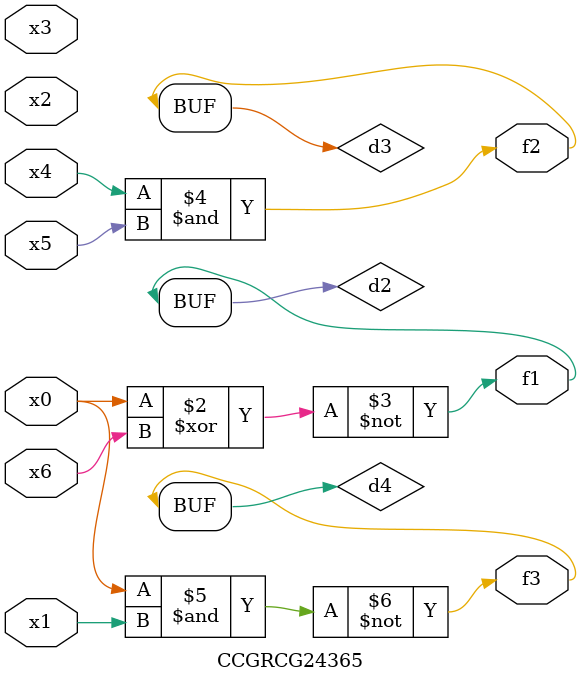
<source format=v>
module CCGRCG24365(
	input x0, x1, x2, x3, x4, x5, x6,
	output f1, f2, f3
);

	wire d1, d2, d3, d4;

	nor (d1, x0);
	xnor (d2, x0, x6);
	and (d3, x4, x5);
	nand (d4, x0, x1);
	assign f1 = d2;
	assign f2 = d3;
	assign f3 = d4;
endmodule

</source>
